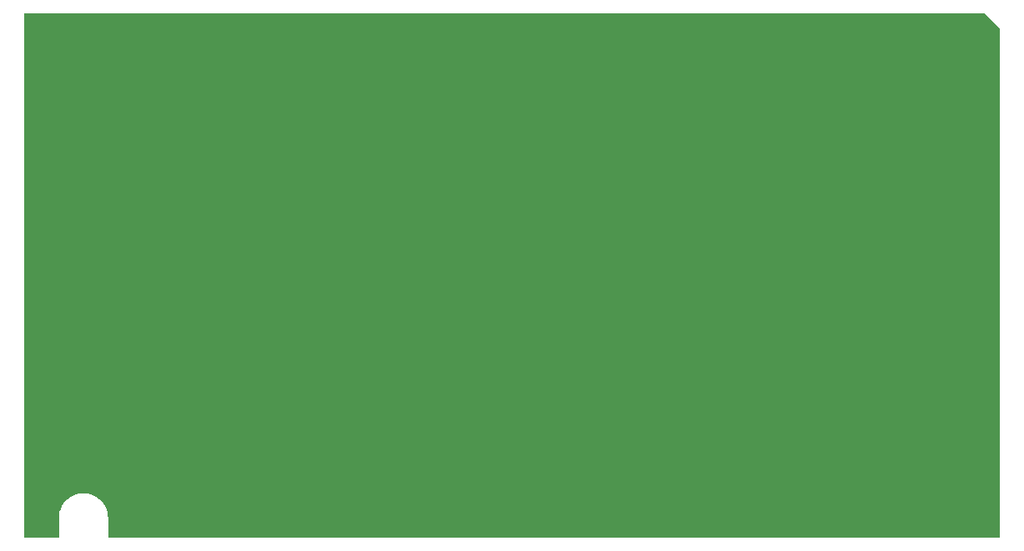
<source format=gbr>
G04 #@! TF.GenerationSoftware,KiCad,Pcbnew,7.0.8-7.0.8~ubuntu23.04.1*
G04 #@! TF.CreationDate,2023-10-23T05:56:26+00:00*
G04 #@! TF.ProjectId,PSLab,50534c61-622e-46b6-9963-61645f706362,v6.0-beta*
G04 #@! TF.SameCoordinates,Original*
G04 #@! TF.FileFunction,Other,ECO1*
%FSLAX46Y46*%
G04 Gerber Fmt 4.6, Leading zero omitted, Abs format (unit mm)*
G04 Created by KiCad (PCBNEW 7.0.8-7.0.8~ubuntu23.04.1) date 2023-10-23 05:56:26*
%MOMM*%
%LPD*%
G01*
G04 APERTURE LIST*
G04 APERTURE END LIST*
G36*
X197525931Y-46710002D02*
G01*
X197546905Y-46726905D01*
X198993095Y-48173095D01*
X199027121Y-48235407D01*
X199030000Y-48262190D01*
X199030000Y-99874000D01*
X199009998Y-99942121D01*
X198956342Y-99988614D01*
X198904000Y-100000000D01*
X108626000Y-100000000D01*
X108557879Y-99979998D01*
X108511386Y-99926342D01*
X108500000Y-99874000D01*
X108500000Y-98000002D01*
X108483964Y-97683900D01*
X108428123Y-97372375D01*
X108428118Y-97372357D01*
X108333367Y-97070378D01*
X108201220Y-96782782D01*
X108201217Y-96782777D01*
X108033796Y-96514184D01*
X107833790Y-96268898D01*
X107604386Y-96050839D01*
X107604381Y-96050835D01*
X107349272Y-95863508D01*
X107349266Y-95863504D01*
X107072540Y-95709911D01*
X106778615Y-95592506D01*
X106472214Y-95513173D01*
X106472211Y-95513172D01*
X106158264Y-95473189D01*
X106158248Y-95473188D01*
X105841752Y-95473188D01*
X105841735Y-95473189D01*
X105527788Y-95513172D01*
X105527785Y-95513173D01*
X105221384Y-95592506D01*
X105221383Y-95592506D01*
X104927459Y-95709911D01*
X104650733Y-95863504D01*
X104650727Y-95863508D01*
X104395618Y-96050835D01*
X104395613Y-96050839D01*
X104166209Y-96268898D01*
X103966203Y-96514184D01*
X103798782Y-96782777D01*
X103798779Y-96782782D01*
X103666632Y-97070378D01*
X103571881Y-97372357D01*
X103571876Y-97372375D01*
X103516035Y-97683900D01*
X103500000Y-98000002D01*
X103500000Y-99874000D01*
X103479998Y-99942121D01*
X103426342Y-99988614D01*
X103374000Y-100000000D01*
X100126000Y-100000000D01*
X100057879Y-99979998D01*
X100011386Y-99926342D01*
X100000000Y-99874000D01*
X100000000Y-46816000D01*
X100020002Y-46747879D01*
X100073658Y-46701386D01*
X100126000Y-46690000D01*
X197457810Y-46690000D01*
X197525931Y-46710002D01*
G37*
M02*

</source>
